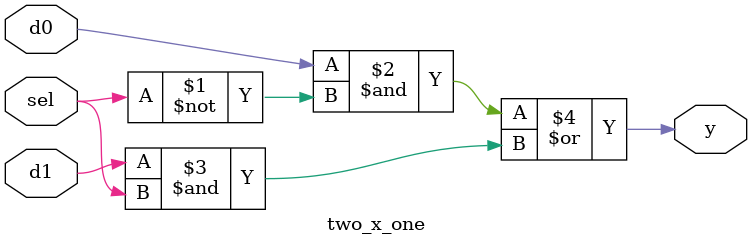
<source format=v>
module two_x_one(d0,d1,sel,y);
	input d0,d1,sel;
	output y;

	assign y=(d0&(~sel))|(d1&sel);
endmodule

//for github
//again
</source>
